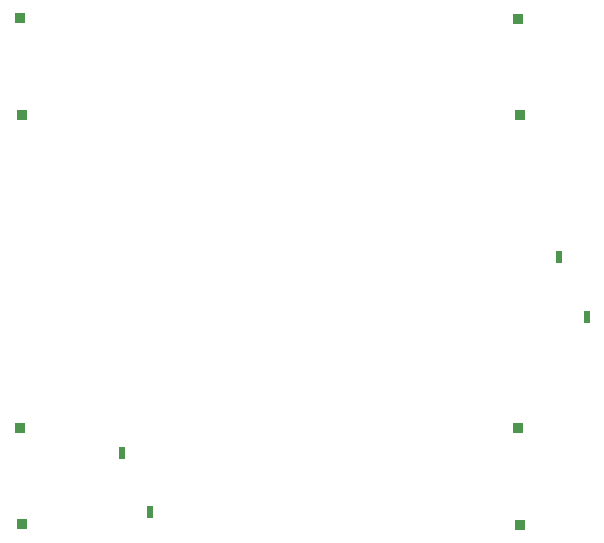
<source format=gbr>
%TF.GenerationSoftware,KiCad,Pcbnew,9.0.0*%
%TF.CreationDate,2025-03-26T23:14:20+00:00*%
%TF.ProjectId,diode-ladder-filter-synth-module,64696f64-652d-46c6-9164-6465722d6669,rev?*%
%TF.SameCoordinates,Original*%
%TF.FileFunction,Paste,Bot*%
%TF.FilePolarity,Positive*%
%FSLAX46Y46*%
G04 Gerber Fmt 4.6, Leading zero omitted, Abs format (unit mm)*
G04 Created by KiCad (PCBNEW 9.0.0) date 2025-03-26 23:14:20*
%MOMM*%
%LPD*%
G01*
G04 APERTURE LIST*
%ADD10R,0.899998X0.899994*%
%ADD11R,0.499998X1.000000*%
%ADD12R,0.520869X1.020872*%
G04 APERTURE END LIST*
D10*
%TO.C,PT1*%
X137395600Y-94995400D03*
X137243200Y-86842000D03*
%TD*%
%TO.C,PT3*%
X137395600Y-60298400D03*
X137243200Y-52145000D03*
%TD*%
D11*
%TO.C,PT7*%
X182884001Y-72390000D03*
D12*
X185256638Y-77429636D03*
%TD*%
D10*
%TO.C,PT4*%
X179559600Y-60324400D03*
X179407200Y-52171000D03*
%TD*%
%TO.C,PT2*%
X179559600Y-95021400D03*
X179407200Y-86868000D03*
%TD*%
D11*
%TO.C,PT6*%
X145876201Y-88925400D03*
D12*
X148248838Y-93965036D03*
%TD*%
M02*

</source>
